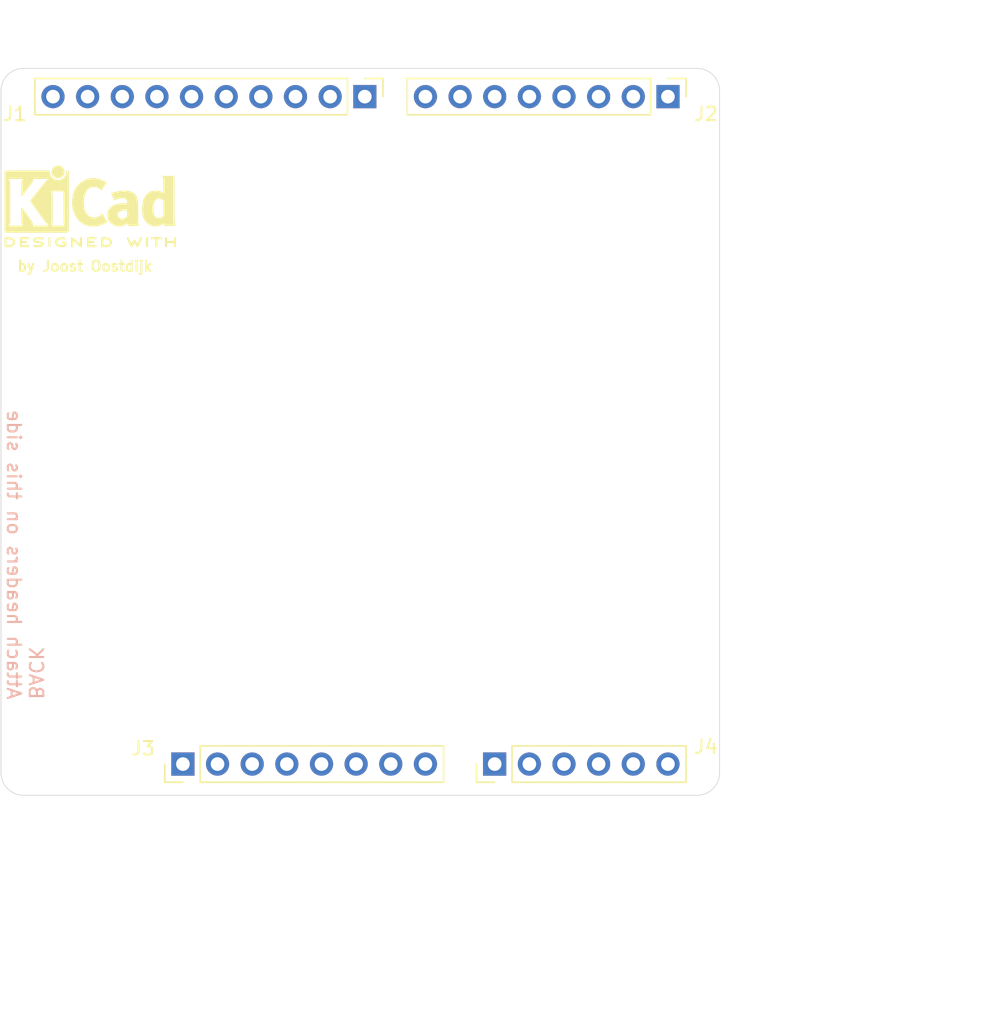
<source format=kicad_pcb>
(kicad_pcb (version 20171130) (host pcbnew "(5.1.4-0-10_14)")

  (general
    (thickness 1.6)
    (drawings 16)
    (tracks 0)
    (zones 0)
    (modules 5)
    (nets 31)
  )

  (page A4)
  (layers
    (0 F.Cu signal)
    (31 B.Cu signal)
    (32 B.Adhes user)
    (33 F.Adhes user)
    (34 B.Paste user)
    (35 F.Paste user)
    (36 B.SilkS user)
    (37 F.SilkS user)
    (38 B.Mask user)
    (39 F.Mask user)
    (40 Dwgs.User user)
    (41 Cmts.User user)
    (42 Eco1.User user)
    (43 Eco2.User user)
    (44 Edge.Cuts user)
    (45 Margin user)
    (46 B.CrtYd user)
    (47 F.CrtYd user)
    (48 B.Fab user)
    (49 F.Fab user)
  )

  (setup
    (last_trace_width 0.25)
    (user_trace_width 0.6)
    (trace_clearance 0.2)
    (zone_clearance 0.508)
    (zone_45_only no)
    (trace_min 0.2)
    (via_size 0.8)
    (via_drill 0.4)
    (via_min_size 0.4)
    (via_min_drill 0.3)
    (uvia_size 0.3)
    (uvia_drill 0.1)
    (uvias_allowed no)
    (uvia_min_size 0.2)
    (uvia_min_drill 0.1)
    (edge_width 0.05)
    (segment_width 0.2)
    (pcb_text_width 0.3)
    (pcb_text_size 1.5 1.5)
    (mod_edge_width 0.12)
    (mod_text_size 0.75 0.75)
    (mod_text_width 0.15)
    (pad_size 1.524 1.524)
    (pad_drill 0.762)
    (pad_to_mask_clearance 0.051)
    (solder_mask_min_width 0.25)
    (aux_axis_origin 0 0)
    (visible_elements FFFFFF7F)
    (pcbplotparams
      (layerselection 0x010fc_ffffffff)
      (usegerberextensions false)
      (usegerberattributes false)
      (usegerberadvancedattributes false)
      (creategerberjobfile false)
      (excludeedgelayer true)
      (linewidth 0.100000)
      (plotframeref false)
      (viasonmask false)
      (mode 1)
      (useauxorigin false)
      (hpglpennumber 1)
      (hpglpenspeed 20)
      (hpglpendiameter 15.000000)
      (psnegative false)
      (psa4output false)
      (plotreference true)
      (plotvalue true)
      (plotinvisibletext false)
      (padsonsilk false)
      (subtractmaskfromsilk false)
      (outputformat 1)
      (mirror false)
      (drillshape 1)
      (scaleselection 1)
      (outputdirectory ""))
  )

  (net 0 "")
  (net 1 /arduino-uno-connectors/SDL)
  (net 2 /arduino-uno-connectors/SDA)
  (net 3 /arduino-uno-connectors/AREF)
  (net 4 /arduino-uno-connectors/GND)
  (net 5 /arduino-uno-connectors/13)
  (net 6 /arduino-uno-connectors/12)
  (net 7 "/arduino-uno-connectors/11(PWM)")
  (net 8 "/arduino-uno-connectors/10(PWM)")
  (net 9 "/arduino-uno-connectors/9(PWM)")
  (net 10 /arduino-uno-connectors/8)
  (net 11 /arduino-uno-connectors/7)
  (net 12 "/arduino-uno-connectors/6(PWM)")
  (net 13 "/arduino-uno-connectors/5(PWM)")
  (net 14 /arduino-uno-connectors/4)
  (net 15 "/arduino-uno-connectors/3(PWM)")
  (net 16 /arduino-uno-connectors/2)
  (net 17 /arduino-uno-connectors/Tx)
  (net 18 /arduino-uno-connectors/Rx)
  (net 19 /arduino-uno-connectors/Vin)
  (net 20 /arduino-uno-connectors/5V)
  (net 21 /arduino-uno-connectors/3.3V)
  (net 22 /arduino-uno-connectors/RESET)
  (net 23 /arduino-uno-connectors/IOREF)
  (net 24 "Net-(J3-Pad1)")
  (net 25 /arduino-uno-connectors/A5)
  (net 26 /arduino-uno-connectors/A4)
  (net 27 /arduino-uno-connectors/A3)
  (net 28 /arduino-uno-connectors/A2)
  (net 29 /arduino-uno-connectors/A1)
  (net 30 /arduino-uno-connectors/A0)

  (net_class Default "This is the default net class."
    (clearance 0.2)
    (trace_width 0.25)
    (via_dia 0.8)
    (via_drill 0.4)
    (uvia_dia 0.3)
    (uvia_drill 0.1)
    (add_net "/arduino-uno-connectors/10(PWM)")
    (add_net "/arduino-uno-connectors/11(PWM)")
    (add_net /arduino-uno-connectors/12)
    (add_net /arduino-uno-connectors/13)
    (add_net /arduino-uno-connectors/2)
    (add_net "/arduino-uno-connectors/3(PWM)")
    (add_net /arduino-uno-connectors/3.3V)
    (add_net /arduino-uno-connectors/4)
    (add_net "/arduino-uno-connectors/5(PWM)")
    (add_net /arduino-uno-connectors/5V)
    (add_net "/arduino-uno-connectors/6(PWM)")
    (add_net /arduino-uno-connectors/7)
    (add_net /arduino-uno-connectors/8)
    (add_net "/arduino-uno-connectors/9(PWM)")
    (add_net /arduino-uno-connectors/A0)
    (add_net /arduino-uno-connectors/A1)
    (add_net /arduino-uno-connectors/A2)
    (add_net /arduino-uno-connectors/A3)
    (add_net /arduino-uno-connectors/A4)
    (add_net /arduino-uno-connectors/A5)
    (add_net /arduino-uno-connectors/AREF)
    (add_net /arduino-uno-connectors/GND)
    (add_net /arduino-uno-connectors/IOREF)
    (add_net /arduino-uno-connectors/RESET)
    (add_net /arduino-uno-connectors/Rx)
    (add_net /arduino-uno-connectors/SDA)
    (add_net /arduino-uno-connectors/SDL)
    (add_net /arduino-uno-connectors/Tx)
    (add_net /arduino-uno-connectors/Vin)
    (add_net "Net-(J3-Pad1)")
  )

  (net_class POWER ""
    (clearance 0.3)
    (trace_width 0.3)
    (via_dia 1)
    (via_drill 0.6)
    (uvia_dia 0.3)
    (uvia_drill 0.1)
  )

  (module Symbol:KiCad-Logo2_5mm_SilkScreen (layer F.Cu) (tedit 0) (tstamp 601CD085)
    (at 153.8478 60.0964)
    (descr "KiCad Logo")
    (tags "Logo KiCad")
    (attr virtual)
    (fp_text reference REF** (at 0 -5.08) (layer F.SilkS) hide
      (effects (font (size 1 1) (thickness 0.15)))
    )
    (fp_text value KiCad-Logo2_5mm_SilkScreen (at 0 5.08) (layer F.SilkS) hide
      (effects (font (size 1 1) (thickness 0.15)))
    )
    (fp_poly (pts (xy 6.228823 2.274533) (xy 6.260202 2.296776) (xy 6.287911 2.324485) (xy 6.287911 2.63392)
      (xy 6.287838 2.725799) (xy 6.287495 2.79784) (xy 6.286692 2.85278) (xy 6.285241 2.89336)
      (xy 6.282952 2.922317) (xy 6.279636 2.942391) (xy 6.275105 2.956321) (xy 6.269169 2.966845)
      (xy 6.264514 2.9731) (xy 6.233783 2.997673) (xy 6.198496 3.000341) (xy 6.166245 2.985271)
      (xy 6.155588 2.976374) (xy 6.148464 2.964557) (xy 6.144167 2.945526) (xy 6.141991 2.914992)
      (xy 6.141228 2.868662) (xy 6.141155 2.832871) (xy 6.141155 2.698045) (xy 5.644444 2.698045)
      (xy 5.644444 2.8207) (xy 5.643931 2.876787) (xy 5.641876 2.915333) (xy 5.637508 2.941361)
      (xy 5.630056 2.959897) (xy 5.621047 2.9731) (xy 5.590144 2.997604) (xy 5.555196 3.000506)
      (xy 5.521738 2.983089) (xy 5.512604 2.973959) (xy 5.506152 2.961855) (xy 5.501897 2.943001)
      (xy 5.499352 2.91362) (xy 5.498029 2.869937) (xy 5.497443 2.808175) (xy 5.497375 2.794)
      (xy 5.496891 2.677631) (xy 5.496641 2.581727) (xy 5.496723 2.504177) (xy 5.497231 2.442869)
      (xy 5.498262 2.39569) (xy 5.499913 2.36053) (xy 5.502279 2.335276) (xy 5.505457 2.317817)
      (xy 5.509544 2.306041) (xy 5.514634 2.297835) (xy 5.520266 2.291645) (xy 5.552128 2.271844)
      (xy 5.585357 2.274533) (xy 5.616735 2.296776) (xy 5.629433 2.311126) (xy 5.637526 2.326978)
      (xy 5.642042 2.349554) (xy 5.644006 2.384078) (xy 5.644444 2.435776) (xy 5.644444 2.551289)
      (xy 6.141155 2.551289) (xy 6.141155 2.432756) (xy 6.141662 2.378148) (xy 6.143698 2.341275)
      (xy 6.148035 2.317307) (xy 6.155447 2.301415) (xy 6.163733 2.291645) (xy 6.195594 2.271844)
      (xy 6.228823 2.274533)) (layer F.SilkS) (width 0.01))
    (fp_poly (pts (xy 4.963065 2.269163) (xy 5.041772 2.269542) (xy 5.102863 2.270333) (xy 5.148817 2.27167)
      (xy 5.182114 2.273683) (xy 5.205236 2.276506) (xy 5.220662 2.280269) (xy 5.230871 2.285105)
      (xy 5.235813 2.288822) (xy 5.261457 2.321358) (xy 5.264559 2.355138) (xy 5.248711 2.385826)
      (xy 5.238348 2.398089) (xy 5.227196 2.40645) (xy 5.211035 2.411657) (xy 5.185642 2.414457)
      (xy 5.146798 2.415596) (xy 5.09028 2.415821) (xy 5.07918 2.415822) (xy 4.933244 2.415822)
      (xy 4.933244 2.686756) (xy 4.933148 2.772154) (xy 4.932711 2.837864) (xy 4.931712 2.886774)
      (xy 4.929928 2.921773) (xy 4.927137 2.945749) (xy 4.923117 2.961593) (xy 4.917645 2.972191)
      (xy 4.910666 2.980267) (xy 4.877734 3.000112) (xy 4.843354 2.998548) (xy 4.812176 2.975906)
      (xy 4.809886 2.9731) (xy 4.802429 2.962492) (xy 4.796747 2.950081) (xy 4.792601 2.93285)
      (xy 4.78975 2.907784) (xy 4.787954 2.871867) (xy 4.786972 2.822083) (xy 4.786564 2.755417)
      (xy 4.786489 2.679589) (xy 4.786489 2.415822) (xy 4.647127 2.415822) (xy 4.587322 2.415418)
      (xy 4.545918 2.41384) (xy 4.518748 2.410547) (xy 4.501646 2.404992) (xy 4.490443 2.396631)
      (xy 4.489083 2.395178) (xy 4.472725 2.361939) (xy 4.474172 2.324362) (xy 4.492978 2.291645)
      (xy 4.50025 2.285298) (xy 4.509627 2.280266) (xy 4.523609 2.276396) (xy 4.544696 2.273537)
      (xy 4.575389 2.271535) (xy 4.618189 2.270239) (xy 4.675595 2.269498) (xy 4.75011 2.269158)
      (xy 4.844233 2.269068) (xy 4.86426 2.269067) (xy 4.963065 2.269163)) (layer F.SilkS) (width 0.01))
    (fp_poly (pts (xy 4.188614 2.275877) (xy 4.212327 2.290647) (xy 4.238978 2.312227) (xy 4.238978 2.633773)
      (xy 4.238893 2.72783) (xy 4.238529 2.801932) (xy 4.237724 2.858704) (xy 4.236313 2.900768)
      (xy 4.234133 2.930748) (xy 4.231021 2.951267) (xy 4.226814 2.964949) (xy 4.221348 2.974416)
      (xy 4.217472 2.979082) (xy 4.186034 2.999575) (xy 4.150233 2.998739) (xy 4.118873 2.981264)
      (xy 4.092222 2.959684) (xy 4.092222 2.312227) (xy 4.118873 2.290647) (xy 4.144594 2.274949)
      (xy 4.1656 2.269067) (xy 4.188614 2.275877)) (layer F.SilkS) (width 0.01))
    (fp_poly (pts (xy 3.744665 2.271034) (xy 3.764255 2.278035) (xy 3.76501 2.278377) (xy 3.791613 2.298678)
      (xy 3.80627 2.319561) (xy 3.809138 2.329352) (xy 3.808996 2.342361) (xy 3.804961 2.360895)
      (xy 3.796146 2.387257) (xy 3.781669 2.423752) (xy 3.760645 2.472687) (xy 3.732188 2.536365)
      (xy 3.695415 2.617093) (xy 3.675175 2.661216) (xy 3.638625 2.739985) (xy 3.604315 2.812423)
      (xy 3.573552 2.87588) (xy 3.547648 2.927708) (xy 3.52791 2.965259) (xy 3.51565 2.985884)
      (xy 3.513224 2.988733) (xy 3.482183 3.001302) (xy 3.447121 2.999619) (xy 3.419 2.984332)
      (xy 3.417854 2.983089) (xy 3.406668 2.966154) (xy 3.387904 2.93317) (xy 3.363875 2.88838)
      (xy 3.336897 2.836032) (xy 3.327201 2.816742) (xy 3.254014 2.67015) (xy 3.17424 2.829393)
      (xy 3.145767 2.884415) (xy 3.11935 2.932132) (xy 3.097148 2.968893) (xy 3.081319 2.991044)
      (xy 3.075954 2.995741) (xy 3.034257 3.002102) (xy 2.999849 2.988733) (xy 2.989728 2.974446)
      (xy 2.972214 2.942692) (xy 2.948735 2.896597) (xy 2.92072 2.839285) (xy 2.889599 2.77388)
      (xy 2.856799 2.703507) (xy 2.82375 2.631291) (xy 2.791881 2.560355) (xy 2.762619 2.493825)
      (xy 2.737395 2.434826) (xy 2.717636 2.386481) (xy 2.704772 2.351915) (xy 2.700231 2.334253)
      (xy 2.700277 2.333613) (xy 2.711326 2.311388) (xy 2.73341 2.288753) (xy 2.73471 2.287768)
      (xy 2.761853 2.272425) (xy 2.786958 2.272574) (xy 2.796368 2.275466) (xy 2.807834 2.281718)
      (xy 2.82001 2.294014) (xy 2.834357 2.314908) (xy 2.852336 2.346949) (xy 2.875407 2.392688)
      (xy 2.90503 2.454677) (xy 2.931745 2.511898) (xy 2.96248 2.578226) (xy 2.990021 2.637874)
      (xy 3.012938 2.687725) (xy 3.029798 2.724664) (xy 3.039173 2.745573) (xy 3.04054 2.748845)
      (xy 3.046689 2.743497) (xy 3.060822 2.721109) (xy 3.081057 2.684946) (xy 3.105515 2.638277)
      (xy 3.115248 2.619022) (xy 3.148217 2.554004) (xy 3.173643 2.506654) (xy 3.193612 2.474219)
      (xy 3.21021 2.453946) (xy 3.225524 2.443082) (xy 3.24164 2.438875) (xy 3.252143 2.4384)
      (xy 3.27067 2.440042) (xy 3.286904 2.446831) (xy 3.303035 2.461566) (xy 3.321251 2.487044)
      (xy 3.343739 2.526061) (xy 3.372689 2.581414) (xy 3.388662 2.612903) (xy 3.41457 2.663087)
      (xy 3.437167 2.704704) (xy 3.454458 2.734242) (xy 3.46445 2.748189) (xy 3.465809 2.74877)
      (xy 3.472261 2.737793) (xy 3.486708 2.70929) (xy 3.507703 2.666244) (xy 3.533797 2.611638)
      (xy 3.563546 2.548454) (xy 3.57818 2.517071) (xy 3.61625 2.436078) (xy 3.646905 2.373756)
      (xy 3.671737 2.328071) (xy 3.692337 2.296989) (xy 3.710298 2.278478) (xy 3.72721 2.270504)
      (xy 3.744665 2.271034)) (layer F.SilkS) (width 0.01))
    (fp_poly (pts (xy 1.018309 2.269275) (xy 1.147288 2.273636) (xy 1.256991 2.286861) (xy 1.349226 2.309741)
      (xy 1.425802 2.34307) (xy 1.488527 2.387638) (xy 1.539212 2.444236) (xy 1.579663 2.513658)
      (xy 1.580459 2.515351) (xy 1.604601 2.577483) (xy 1.613203 2.632509) (xy 1.606231 2.687887)
      (xy 1.583654 2.751073) (xy 1.579372 2.760689) (xy 1.550172 2.816966) (xy 1.517356 2.860451)
      (xy 1.475002 2.897417) (xy 1.41719 2.934135) (xy 1.413831 2.936052) (xy 1.363504 2.960227)
      (xy 1.306621 2.978282) (xy 1.239527 2.990839) (xy 1.158565 2.998522) (xy 1.060082 3.001953)
      (xy 1.025286 3.002251) (xy 0.859594 3.002845) (xy 0.836197 2.9731) (xy 0.829257 2.963319)
      (xy 0.823842 2.951897) (xy 0.819765 2.936095) (xy 0.816837 2.913175) (xy 0.814867 2.880396)
      (xy 0.814225 2.856089) (xy 0.970844 2.856089) (xy 1.064726 2.856089) (xy 1.119664 2.854483)
      (xy 1.17606 2.850255) (xy 1.222345 2.844292) (xy 1.225139 2.84379) (xy 1.307348 2.821736)
      (xy 1.371114 2.7886) (xy 1.418452 2.742847) (xy 1.451382 2.682939) (xy 1.457108 2.667061)
      (xy 1.462721 2.642333) (xy 1.460291 2.617902) (xy 1.448467 2.5854) (xy 1.44134 2.569434)
      (xy 1.418 2.527006) (xy 1.38988 2.49724) (xy 1.35894 2.476511) (xy 1.296966 2.449537)
      (xy 1.217651 2.429998) (xy 1.125253 2.418746) (xy 1.058333 2.41627) (xy 0.970844 2.415822)
      (xy 0.970844 2.856089) (xy 0.814225 2.856089) (xy 0.813668 2.835021) (xy 0.81305 2.774311)
      (xy 0.812825 2.695526) (xy 0.8128 2.63392) (xy 0.8128 2.324485) (xy 0.840509 2.296776)
      (xy 0.852806 2.285544) (xy 0.866103 2.277853) (xy 0.884672 2.27304) (xy 0.912786 2.270446)
      (xy 0.954717 2.26941) (xy 1.014737 2.26927) (xy 1.018309 2.269275)) (layer F.SilkS) (width 0.01))
    (fp_poly (pts (xy 0.230343 2.26926) (xy 0.306701 2.270174) (xy 0.365217 2.272311) (xy 0.408255 2.276175)
      (xy 0.438183 2.282267) (xy 0.457368 2.29109) (xy 0.468176 2.303146) (xy 0.472973 2.318939)
      (xy 0.474127 2.33897) (xy 0.474133 2.341335) (xy 0.473131 2.363992) (xy 0.468396 2.381503)
      (xy 0.457333 2.394574) (xy 0.437348 2.403913) (xy 0.405846 2.410227) (xy 0.360232 2.414222)
      (xy 0.297913 2.416606) (xy 0.216293 2.418086) (xy 0.191277 2.418414) (xy -0.0508 2.421467)
      (xy -0.054186 2.486378) (xy -0.057571 2.551289) (xy 0.110576 2.551289) (xy 0.176266 2.551531)
      (xy 0.223172 2.552556) (xy 0.255083 2.554811) (xy 0.275791 2.558742) (xy 0.289084 2.564798)
      (xy 0.298755 2.573424) (xy 0.298817 2.573493) (xy 0.316356 2.607112) (xy 0.315722 2.643448)
      (xy 0.297314 2.674423) (xy 0.293671 2.677607) (xy 0.280741 2.685812) (xy 0.263024 2.691521)
      (xy 0.23657 2.695162) (xy 0.197432 2.697167) (xy 0.141662 2.697964) (xy 0.105994 2.698045)
      (xy -0.056445 2.698045) (xy -0.056445 2.856089) (xy 0.190161 2.856089) (xy 0.27158 2.856231)
      (xy 0.33341 2.856814) (xy 0.378637 2.858068) (xy 0.410248 2.860227) (xy 0.431231 2.863523)
      (xy 0.444573 2.868189) (xy 0.453261 2.874457) (xy 0.45545 2.876733) (xy 0.471614 2.90828)
      (xy 0.472797 2.944168) (xy 0.459536 2.975285) (xy 0.449043 2.985271) (xy 0.438129 2.990769)
      (xy 0.421217 2.995022) (xy 0.395633 2.99818) (xy 0.358701 3.000392) (xy 0.307746 3.001806)
      (xy 0.240094 3.002572) (xy 0.153069 3.002838) (xy 0.133394 3.002845) (xy 0.044911 3.002787)
      (xy -0.023773 3.002467) (xy -0.075436 3.001667) (xy -0.112855 3.000167) (xy -0.13881 2.997749)
      (xy -0.156078 2.994194) (xy -0.167438 2.989282) (xy -0.175668 2.982795) (xy -0.180183 2.978138)
      (xy -0.186979 2.969889) (xy -0.192288 2.959669) (xy -0.196294 2.9448) (xy -0.199179 2.922602)
      (xy -0.201126 2.890393) (xy -0.202319 2.845496) (xy -0.202939 2.785228) (xy -0.203171 2.706911)
      (xy -0.2032 2.640994) (xy -0.203129 2.548628) (xy -0.202792 2.476117) (xy -0.202002 2.420737)
      (xy -0.200574 2.379765) (xy -0.198321 2.350478) (xy -0.195057 2.330153) (xy -0.190596 2.316066)
      (xy -0.184752 2.305495) (xy -0.179803 2.298811) (xy -0.156406 2.269067) (xy 0.133774 2.269067)
      (xy 0.230343 2.26926)) (layer F.SilkS) (width 0.01))
    (fp_poly (pts (xy -1.300114 2.273448) (xy -1.276548 2.287273) (xy -1.245735 2.309881) (xy -1.206078 2.342338)
      (xy -1.15598 2.385708) (xy -1.093843 2.441058) (xy -1.018072 2.509451) (xy -0.931334 2.588084)
      (xy -0.750711 2.751878) (xy -0.745067 2.532029) (xy -0.743029 2.456351) (xy -0.741063 2.399994)
      (xy -0.738734 2.359706) (xy -0.735606 2.332235) (xy -0.731245 2.314329) (xy -0.725216 2.302737)
      (xy -0.717084 2.294208) (xy -0.712772 2.290623) (xy -0.678241 2.27167) (xy -0.645383 2.274441)
      (xy -0.619318 2.290633) (xy -0.592667 2.312199) (xy -0.589352 2.627151) (xy -0.588435 2.719779)
      (xy -0.587968 2.792544) (xy -0.588113 2.848161) (xy -0.589032 2.889342) (xy -0.590887 2.918803)
      (xy -0.593839 2.939255) (xy -0.59805 2.953413) (xy -0.603682 2.963991) (xy -0.609927 2.972474)
      (xy -0.623439 2.988207) (xy -0.636883 2.998636) (xy -0.652124 3.002639) (xy -0.671026 2.999094)
      (xy -0.695455 2.986879) (xy -0.727273 2.964871) (xy -0.768348 2.931949) (xy -0.820542 2.886991)
      (xy -0.885722 2.828875) (xy -0.959556 2.762099) (xy -1.224845 2.521458) (xy -1.230489 2.740589)
      (xy -1.232531 2.816128) (xy -1.234502 2.872354) (xy -1.236839 2.912524) (xy -1.239981 2.939896)
      (xy -1.244364 2.957728) (xy -1.250424 2.969279) (xy -1.2586 2.977807) (xy -1.262784 2.981282)
      (xy -1.299765 3.000372) (xy -1.334708 2.997493) (xy -1.365136 2.9731) (xy -1.372097 2.963286)
      (xy -1.377523 2.951826) (xy -1.381603 2.935968) (xy -1.384529 2.912963) (xy -1.386492 2.880062)
      (xy -1.387683 2.834516) (xy -1.388292 2.773573) (xy -1.388511 2.694486) (xy -1.388534 2.635956)
      (xy -1.38846 2.544407) (xy -1.388113 2.472687) (xy -1.387301 2.418045) (xy -1.385833 2.377732)
      (xy -1.383519 2.348998) (xy -1.380167 2.329093) (xy -1.375588 2.315268) (xy -1.369589 2.304772)
      (xy -1.365136 2.298811) (xy -1.35385 2.284691) (xy -1.343301 2.274029) (xy -1.331893 2.267892)
      (xy -1.31803 2.267343) (xy -1.300114 2.273448)) (layer F.SilkS) (width 0.01))
    (fp_poly (pts (xy -1.950081 2.274599) (xy -1.881565 2.286095) (xy -1.828943 2.303967) (xy -1.794708 2.327499)
      (xy -1.785379 2.340924) (xy -1.775893 2.372148) (xy -1.782277 2.400395) (xy -1.80243 2.427182)
      (xy -1.833745 2.439713) (xy -1.879183 2.438696) (xy -1.914326 2.431906) (xy -1.992419 2.418971)
      (xy -2.072226 2.417742) (xy -2.161555 2.428241) (xy -2.186229 2.43269) (xy -2.269291 2.456108)
      (xy -2.334273 2.490945) (xy -2.380461 2.536604) (xy -2.407145 2.592494) (xy -2.412663 2.621388)
      (xy -2.409051 2.680012) (xy -2.385729 2.731879) (xy -2.344824 2.775978) (xy -2.288459 2.811299)
      (xy -2.21876 2.836829) (xy -2.137852 2.851559) (xy -2.04786 2.854478) (xy -1.95091 2.844575)
      (xy -1.945436 2.843641) (xy -1.906875 2.836459) (xy -1.885494 2.829521) (xy -1.876227 2.819227)
      (xy -1.874006 2.801976) (xy -1.873956 2.792841) (xy -1.873956 2.754489) (xy -1.942431 2.754489)
      (xy -2.0029 2.750347) (xy -2.044165 2.737147) (xy -2.068175 2.71373) (xy -2.076877 2.678936)
      (xy -2.076983 2.674394) (xy -2.071892 2.644654) (xy -2.054433 2.623419) (xy -2.021939 2.609366)
      (xy -1.971743 2.601173) (xy -1.923123 2.598161) (xy -1.852456 2.596433) (xy -1.801198 2.59907)
      (xy -1.766239 2.6088) (xy -1.74447 2.628353) (xy -1.73278 2.660456) (xy -1.72806 2.707838)
      (xy -1.7272 2.770071) (xy -1.728609 2.839535) (xy -1.732848 2.886786) (xy -1.739936 2.912012)
      (xy -1.741311 2.913988) (xy -1.780228 2.945508) (xy -1.837286 2.97047) (xy -1.908869 2.98834)
      (xy -1.991358 2.998586) (xy -2.081139 3.000673) (xy -2.174592 2.994068) (xy -2.229556 2.985956)
      (xy -2.315766 2.961554) (xy -2.395892 2.921662) (xy -2.462977 2.869887) (xy -2.473173 2.859539)
      (xy -2.506302 2.816035) (xy -2.536194 2.762118) (xy -2.559357 2.705592) (xy -2.572298 2.654259)
      (xy -2.573858 2.634544) (xy -2.567218 2.593419) (xy -2.549568 2.542252) (xy -2.524297 2.488394)
      (xy -2.494789 2.439195) (xy -2.468719 2.406334) (xy -2.407765 2.357452) (xy -2.328969 2.318545)
      (xy -2.235157 2.290494) (xy -2.12915 2.274179) (xy -2.032 2.270192) (xy -1.950081 2.274599)) (layer F.SilkS) (width 0.01))
    (fp_poly (pts (xy -2.923822 2.291645) (xy -2.917242 2.299218) (xy -2.912079 2.308987) (xy -2.908164 2.323571)
      (xy -2.905324 2.345585) (xy -2.903387 2.377648) (xy -2.902183 2.422375) (xy -2.901539 2.482385)
      (xy -2.901284 2.560294) (xy -2.901245 2.635956) (xy -2.901314 2.729802) (xy -2.901638 2.803689)
      (xy -2.902386 2.860232) (xy -2.903732 2.902049) (xy -2.905846 2.931757) (xy -2.9089 2.951973)
      (xy -2.913066 2.965314) (xy -2.918516 2.974398) (xy -2.923822 2.980267) (xy -2.956826 2.999947)
      (xy -2.991991 2.998181) (xy -3.023455 2.976717) (xy -3.030684 2.968337) (xy -3.036334 2.958614)
      (xy -3.040599 2.944861) (xy -3.043673 2.924389) (xy -3.045752 2.894512) (xy -3.04703 2.852541)
      (xy -3.047701 2.795789) (xy -3.047959 2.721567) (xy -3.048 2.637537) (xy -3.048 2.324485)
      (xy -3.020291 2.296776) (xy -2.986137 2.273463) (xy -2.953006 2.272623) (xy -2.923822 2.291645)) (layer F.SilkS) (width 0.01))
    (fp_poly (pts (xy -3.691703 2.270351) (xy -3.616888 2.275581) (xy -3.547306 2.28375) (xy -3.487002 2.29455)
      (xy -3.44002 2.307673) (xy -3.410406 2.322813) (xy -3.40586 2.327269) (xy -3.390054 2.36185)
      (xy -3.394847 2.397351) (xy -3.419364 2.427725) (xy -3.420534 2.428596) (xy -3.434954 2.437954)
      (xy -3.450008 2.442876) (xy -3.471005 2.443473) (xy -3.503257 2.439861) (xy -3.552073 2.432154)
      (xy -3.556 2.431505) (xy -3.628739 2.422569) (xy -3.707217 2.418161) (xy -3.785927 2.418119)
      (xy -3.859361 2.422279) (xy -3.922011 2.430479) (xy -3.96837 2.442557) (xy -3.971416 2.443771)
      (xy -4.005048 2.462615) (xy -4.016864 2.481685) (xy -4.007614 2.500439) (xy -3.978047 2.518337)
      (xy -3.928911 2.534837) (xy -3.860957 2.549396) (xy -3.815645 2.556406) (xy -3.721456 2.569889)
      (xy -3.646544 2.582214) (xy -3.587717 2.594449) (xy -3.541785 2.607661) (xy -3.505555 2.622917)
      (xy -3.475838 2.641285) (xy -3.449442 2.663831) (xy -3.42823 2.685971) (xy -3.403065 2.716819)
      (xy -3.390681 2.743345) (xy -3.386808 2.776026) (xy -3.386667 2.787995) (xy -3.389576 2.827712)
      (xy -3.401202 2.857259) (xy -3.421323 2.883486) (xy -3.462216 2.923576) (xy -3.507817 2.954149)
      (xy -3.561513 2.976203) (xy -3.626692 2.990735) (xy -3.706744 2.998741) (xy -3.805057 3.001218)
      (xy -3.821289 3.001177) (xy -3.886849 2.999818) (xy -3.951866 2.99673) (xy -4.009252 2.992356)
      (xy -4.051922 2.98714) (xy -4.055372 2.986541) (xy -4.097796 2.976491) (xy -4.13378 2.963796)
      (xy -4.15415 2.95219) (xy -4.173107 2.921572) (xy -4.174427 2.885918) (xy -4.158085 2.854144)
      (xy -4.154429 2.850551) (xy -4.139315 2.839876) (xy -4.120415 2.835276) (xy -4.091162 2.836059)
      (xy -4.055651 2.840127) (xy -4.01597 2.843762) (xy -3.960345 2.846828) (xy -3.895406 2.849053)
      (xy -3.827785 2.850164) (xy -3.81 2.850237) (xy -3.742128 2.849964) (xy -3.692454 2.848646)
      (xy -3.65661 2.845827) (xy -3.630224 2.84105) (xy -3.608926 2.833857) (xy -3.596126 2.827867)
      (xy -3.568 2.811233) (xy -3.550068 2.796168) (xy -3.547447 2.791897) (xy -3.552976 2.774263)
      (xy -3.57926 2.757192) (xy -3.624478 2.741458) (xy -3.686808 2.727838) (xy -3.705171 2.724804)
      (xy -3.80109 2.709738) (xy -3.877641 2.697146) (xy -3.93778 2.686111) (xy -3.98446 2.67572)
      (xy -4.020637 2.665056) (xy -4.049265 2.653205) (xy -4.073298 2.639251) (xy -4.095692 2.622281)
      (xy -4.119402 2.601378) (xy -4.12738 2.594049) (xy -4.155353 2.566699) (xy -4.17016 2.545029)
      (xy -4.175952 2.520232) (xy -4.176889 2.488983) (xy -4.166575 2.427705) (xy -4.135752 2.37564)
      (xy -4.084595 2.332958) (xy -4.013283 2.299825) (xy -3.9624 2.284964) (xy -3.9071 2.275366)
      (xy -3.840853 2.269936) (xy -3.767706 2.268367) (xy -3.691703 2.270351)) (layer F.SilkS) (width 0.01))
    (fp_poly (pts (xy -4.712794 2.269146) (xy -4.643386 2.269518) (xy -4.590997 2.270385) (xy -4.552847 2.271946)
      (xy -4.526159 2.274403) (xy -4.508153 2.277957) (xy -4.496049 2.28281) (xy -4.487069 2.289161)
      (xy -4.483818 2.292084) (xy -4.464043 2.323142) (xy -4.460482 2.358828) (xy -4.473491 2.39051)
      (xy -4.479506 2.396913) (xy -4.489235 2.403121) (xy -4.504901 2.40791) (xy -4.529408 2.411514)
      (xy -4.565661 2.414164) (xy -4.616565 2.416095) (xy -4.685026 2.417539) (xy -4.747617 2.418418)
      (xy -4.995334 2.421467) (xy -4.998719 2.486378) (xy -5.002105 2.551289) (xy -4.833958 2.551289)
      (xy -4.760959 2.551919) (xy -4.707517 2.554553) (xy -4.670628 2.560309) (xy -4.647288 2.570304)
      (xy -4.634494 2.585656) (xy -4.629242 2.607482) (xy -4.628445 2.627738) (xy -4.630923 2.652592)
      (xy -4.640277 2.670906) (xy -4.659383 2.683637) (xy -4.691118 2.691741) (xy -4.738359 2.696176)
      (xy -4.803983 2.697899) (xy -4.839801 2.698045) (xy -5.000978 2.698045) (xy -5.000978 2.856089)
      (xy -4.752622 2.856089) (xy -4.671213 2.856202) (xy -4.609342 2.856712) (xy -4.563968 2.85787)
      (xy -4.532054 2.85993) (xy -4.510559 2.863146) (xy -4.496443 2.867772) (xy -4.486668 2.874059)
      (xy -4.481689 2.878667) (xy -4.46461 2.90556) (xy -4.459111 2.929467) (xy -4.466963 2.958667)
      (xy -4.481689 2.980267) (xy -4.489546 2.987066) (xy -4.499688 2.992346) (xy -4.514844 2.996298)
      (xy -4.537741 2.999113) (xy -4.571109 3.000982) (xy -4.617675 3.002098) (xy -4.680167 3.002651)
      (xy -4.761314 3.002833) (xy -4.803422 3.002845) (xy -4.893598 3.002765) (xy -4.963924 3.002398)
      (xy -5.017129 3.001552) (xy -5.05594 3.000036) (xy -5.083087 2.997659) (xy -5.101298 2.994229)
      (xy -5.1133 2.989554) (xy -5.121822 2.983444) (xy -5.125156 2.980267) (xy -5.131755 2.97267)
      (xy -5.136927 2.96287) (xy -5.140846 2.948239) (xy -5.143684 2.926152) (xy -5.145615 2.893982)
      (xy -5.146812 2.849103) (xy -5.147448 2.788889) (xy -5.147697 2.710713) (xy -5.147734 2.637923)
      (xy -5.1477 2.544707) (xy -5.147465 2.471431) (xy -5.14683 2.415458) (xy -5.145594 2.374151)
      (xy -5.143556 2.344872) (xy -5.140517 2.324984) (xy -5.136277 2.31185) (xy -5.130635 2.302832)
      (xy -5.123391 2.295293) (xy -5.121606 2.293612) (xy -5.112945 2.286172) (xy -5.102882 2.280409)
      (xy -5.088625 2.276112) (xy -5.067383 2.273064) (xy -5.036364 2.271051) (xy -4.992777 2.26986)
      (xy -4.933831 2.269275) (xy -4.856734 2.269083) (xy -4.802001 2.269067) (xy -4.712794 2.269146)) (layer F.SilkS) (width 0.01))
    (fp_poly (pts (xy -6.121371 2.269066) (xy -6.081889 2.269467) (xy -5.9662 2.272259) (xy -5.869311 2.28055)
      (xy -5.787919 2.295232) (xy -5.718723 2.317193) (xy -5.65842 2.347322) (xy -5.603708 2.38651)
      (xy -5.584167 2.403532) (xy -5.55175 2.443363) (xy -5.52252 2.497413) (xy -5.499991 2.557323)
      (xy -5.487679 2.614739) (xy -5.4864 2.635956) (xy -5.494417 2.694769) (xy -5.515899 2.759013)
      (xy -5.546999 2.819821) (xy -5.583866 2.86833) (xy -5.589854 2.874182) (xy -5.640579 2.915321)
      (xy -5.696125 2.947435) (xy -5.759696 2.971365) (xy -5.834494 2.987953) (xy -5.923722 2.998041)
      (xy -6.030582 3.002469) (xy -6.079528 3.002845) (xy -6.141762 3.002545) (xy -6.185528 3.001292)
      (xy -6.214931 2.998554) (xy -6.234079 2.993801) (xy -6.247077 2.986501) (xy -6.254045 2.980267)
      (xy -6.260626 2.972694) (xy -6.265788 2.962924) (xy -6.269703 2.94834) (xy -6.272543 2.926326)
      (xy -6.27448 2.894264) (xy -6.275684 2.849536) (xy -6.276328 2.789526) (xy -6.276583 2.711617)
      (xy -6.276622 2.635956) (xy -6.27687 2.535041) (xy -6.276817 2.454427) (xy -6.275857 2.415822)
      (xy -6.129867 2.415822) (xy -6.129867 2.856089) (xy -6.036734 2.856004) (xy -5.980693 2.854396)
      (xy -5.921999 2.850256) (xy -5.873028 2.844464) (xy -5.871538 2.844226) (xy -5.792392 2.82509)
      (xy -5.731002 2.795287) (xy -5.684305 2.752878) (xy -5.654635 2.706961) (xy -5.636353 2.656026)
      (xy -5.637771 2.6082) (xy -5.658988 2.556933) (xy -5.700489 2.503899) (xy -5.757998 2.4646)
      (xy -5.83275 2.438331) (xy -5.882708 2.429035) (xy -5.939416 2.422507) (xy -5.999519 2.417782)
      (xy -6.050639 2.415817) (xy -6.053667 2.415808) (xy -6.129867 2.415822) (xy -6.275857 2.415822)
      (xy -6.27526 2.391851) (xy -6.270998 2.345055) (xy -6.26283 2.311778) (xy -6.249556 2.289759)
      (xy -6.229974 2.276739) (xy -6.202883 2.270457) (xy -6.167082 2.268653) (xy -6.121371 2.269066)) (layer F.SilkS) (width 0.01))
    (fp_poly (pts (xy -2.273043 -2.973429) (xy -2.176768 -2.949191) (xy -2.090184 -2.906359) (xy -2.015373 -2.846581)
      (xy -1.954418 -2.771506) (xy -1.909399 -2.68278) (xy -1.883136 -2.58647) (xy -1.877286 -2.489205)
      (xy -1.89214 -2.395346) (xy -1.92584 -2.307489) (xy -1.976528 -2.22823) (xy -2.042345 -2.160164)
      (xy -2.121434 -2.105888) (xy -2.211934 -2.067998) (xy -2.2632 -2.055574) (xy -2.307698 -2.048053)
      (xy -2.341999 -2.045081) (xy -2.37496 -2.046906) (xy -2.415434 -2.053775) (xy -2.448531 -2.06075)
      (xy -2.541947 -2.092259) (xy -2.625619 -2.143383) (xy -2.697665 -2.212571) (xy -2.7562 -2.298272)
      (xy -2.770148 -2.325511) (xy -2.786586 -2.361878) (xy -2.796894 -2.392418) (xy -2.80246 -2.42455)
      (xy -2.804669 -2.465693) (xy -2.804948 -2.511778) (xy -2.800861 -2.596135) (xy -2.787446 -2.665414)
      (xy -2.762256 -2.726039) (xy -2.722846 -2.784433) (xy -2.684298 -2.828698) (xy -2.612406 -2.894516)
      (xy -2.537313 -2.939947) (xy -2.454562 -2.96715) (xy -2.376928 -2.977424) (xy -2.273043 -2.973429)) (layer F.SilkS) (width 0.01))
    (fp_poly (pts (xy 6.186507 -0.527755) (xy 6.186526 -0.293338) (xy 6.186552 -0.080397) (xy 6.186625 0.112168)
      (xy 6.186782 0.285459) (xy 6.187064 0.440576) (xy 6.187509 0.57862) (xy 6.188156 0.700692)
      (xy 6.189045 0.807894) (xy 6.190213 0.901326) (xy 6.191701 0.98209) (xy 6.193546 1.051286)
      (xy 6.195789 1.110015) (xy 6.198469 1.159379) (xy 6.201623 1.200478) (xy 6.205292 1.234413)
      (xy 6.209513 1.262286) (xy 6.214327 1.285198) (xy 6.219773 1.304249) (xy 6.225888 1.32054)
      (xy 6.232712 1.335173) (xy 6.240285 1.349249) (xy 6.248645 1.363868) (xy 6.253839 1.372974)
      (xy 6.288104 1.433689) (xy 5.429955 1.433689) (xy 5.429955 1.337733) (xy 5.429224 1.29437)
      (xy 5.427272 1.261205) (xy 5.424463 1.243424) (xy 5.423221 1.241778) (xy 5.411799 1.248662)
      (xy 5.389084 1.266505) (xy 5.366385 1.285879) (xy 5.3118 1.326614) (xy 5.242321 1.367617)
      (xy 5.16527 1.405123) (xy 5.087965 1.435364) (xy 5.057113 1.445012) (xy 4.988616 1.459578)
      (xy 4.905764 1.469539) (xy 4.816371 1.474583) (xy 4.728248 1.474396) (xy 4.649207 1.468666)
      (xy 4.611511 1.462858) (xy 4.473414 1.424797) (xy 4.346113 1.367073) (xy 4.230292 1.290211)
      (xy 4.126637 1.194739) (xy 4.035833 1.081179) (xy 3.969031 0.970381) (xy 3.914164 0.853625)
      (xy 3.872163 0.734276) (xy 3.842167 0.608283) (xy 3.823311 0.471594) (xy 3.814732 0.320158)
      (xy 3.814006 0.242711) (xy 3.8161 0.185934) (xy 4.645217 0.185934) (xy 4.645424 0.279002)
      (xy 4.648337 0.366692) (xy 4.654 0.443772) (xy 4.662455 0.505009) (xy 4.665038 0.51735)
      (xy 4.69684 0.624633) (xy 4.738498 0.711658) (xy 4.790363 0.778642) (xy 4.852781 0.825805)
      (xy 4.9261 0.853365) (xy 5.010669 0.861541) (xy 5.106835 0.850551) (xy 5.170311 0.834829)
      (xy 5.219454 0.816639) (xy 5.273583 0.790791) (xy 5.314244 0.767089) (xy 5.3848 0.720721)
      (xy 5.3848 -0.42947) (xy 5.317392 -0.473038) (xy 5.238867 -0.51396) (xy 5.154681 -0.540611)
      (xy 5.069557 -0.552535) (xy 4.988216 -0.549278) (xy 4.91538 -0.530385) (xy 4.883426 -0.514816)
      (xy 4.825501 -0.471819) (xy 4.776544 -0.415047) (xy 4.73539 -0.342425) (xy 4.700874 -0.251879)
      (xy 4.671833 -0.141334) (xy 4.670552 -0.135467) (xy 4.660381 -0.073212) (xy 4.652739 0.004594)
      (xy 4.64767 0.09272) (xy 4.645217 0.185934) (xy 3.8161 0.185934) (xy 3.821857 0.029895)
      (xy 3.843802 -0.165941) (xy 3.879786 -0.344668) (xy 3.929759 -0.506155) (xy 3.993668 -0.650274)
      (xy 4.071462 -0.776894) (xy 4.163089 -0.885885) (xy 4.268497 -0.977117) (xy 4.313662 -1.008068)
      (xy 4.414611 -1.064215) (xy 4.517901 -1.103826) (xy 4.627989 -1.127986) (xy 4.74933 -1.137781)
      (xy 4.841836 -1.136735) (xy 4.97149 -1.125769) (xy 5.084084 -1.103954) (xy 5.182875 -1.070286)
      (xy 5.271121 -1.023764) (xy 5.319986 -0.989552) (xy 5.349353 -0.967638) (xy 5.371043 -0.952667)
      (xy 5.379253 -0.948267) (xy 5.380868 -0.959096) (xy 5.382159 -0.989749) (xy 5.383138 -1.037474)
      (xy 5.383817 -1.099521) (xy 5.38421 -1.173138) (xy 5.38433 -1.255573) (xy 5.384188 -1.344075)
      (xy 5.383797 -1.435893) (xy 5.383171 -1.528276) (xy 5.38232 -1.618472) (xy 5.38126 -1.703729)
      (xy 5.380001 -1.781297) (xy 5.378556 -1.848424) (xy 5.376938 -1.902359) (xy 5.375161 -1.94035)
      (xy 5.374669 -1.947333) (xy 5.367092 -2.017749) (xy 5.355531 -2.072898) (xy 5.337792 -2.120019)
      (xy 5.311682 -2.166353) (xy 5.305415 -2.175933) (xy 5.280983 -2.212622) (xy 6.186311 -2.212622)
      (xy 6.186507 -0.527755)) (layer F.SilkS) (width 0.01))
    (fp_poly (pts (xy 2.673574 -1.133448) (xy 2.825492 -1.113433) (xy 2.960756 -1.079798) (xy 3.080239 -1.032275)
      (xy 3.184815 -0.970595) (xy 3.262424 -0.907035) (xy 3.331265 -0.832901) (xy 3.385006 -0.753129)
      (xy 3.42791 -0.660909) (xy 3.443384 -0.617839) (xy 3.456244 -0.578858) (xy 3.467446 -0.542711)
      (xy 3.47712 -0.507566) (xy 3.485396 -0.47159) (xy 3.492403 -0.43295) (xy 3.498272 -0.389815)
      (xy 3.503131 -0.340351) (xy 3.50711 -0.282727) (xy 3.51034 -0.215109) (xy 3.512949 -0.135666)
      (xy 3.515067 -0.042564) (xy 3.516824 0.066027) (xy 3.518349 0.191942) (xy 3.519772 0.337012)
      (xy 3.521025 0.479778) (xy 3.522351 0.635968) (xy 3.523556 0.771239) (xy 3.524766 0.887246)
      (xy 3.526106 0.985645) (xy 3.5277 1.068093) (xy 3.529675 1.136246) (xy 3.532156 1.19176)
      (xy 3.535269 1.236292) (xy 3.539138 1.271498) (xy 3.543889 1.299034) (xy 3.549648 1.320556)
      (xy 3.556539 1.337722) (xy 3.564689 1.352186) (xy 3.574223 1.365606) (xy 3.585266 1.379638)
      (xy 3.589566 1.385071) (xy 3.605386 1.40791) (xy 3.612422 1.423463) (xy 3.612444 1.423922)
      (xy 3.601567 1.426121) (xy 3.570582 1.428147) (xy 3.521957 1.429942) (xy 3.458163 1.431451)
      (xy 3.381669 1.432616) (xy 3.294944 1.43338) (xy 3.200457 1.433686) (xy 3.18955 1.433689)
      (xy 2.766657 1.433689) (xy 2.763395 1.337622) (xy 2.760133 1.241556) (xy 2.698044 1.292543)
      (xy 2.600714 1.360057) (xy 2.490813 1.414749) (xy 2.404349 1.444978) (xy 2.335278 1.459666)
      (xy 2.251925 1.469659) (xy 2.162159 1.474646) (xy 2.073845 1.474313) (xy 1.994851 1.468351)
      (xy 1.958622 1.462638) (xy 1.818603 1.424776) (xy 1.692178 1.369932) (xy 1.58026 1.298924)
      (xy 1.483762 1.212568) (xy 1.4036 1.111679) (xy 1.340687 0.997076) (xy 1.296312 0.870984)
      (xy 1.283978 0.814401) (xy 1.276368 0.752202) (xy 1.272739 0.677363) (xy 1.272245 0.643467)
      (xy 1.27231 0.640282) (xy 2.032248 0.640282) (xy 2.041541 0.715333) (xy 2.069728 0.77916)
      (xy 2.118197 0.834798) (xy 2.123254 0.839211) (xy 2.171548 0.874037) (xy 2.223257 0.89662)
      (xy 2.283989 0.90854) (xy 2.359352 0.911383) (xy 2.377459 0.910978) (xy 2.431278 0.908325)
      (xy 2.471308 0.902909) (xy 2.506324 0.892745) (xy 2.545103 0.87585) (xy 2.555745 0.870672)
      (xy 2.616396 0.834844) (xy 2.663215 0.792212) (xy 2.675952 0.776973) (xy 2.720622 0.720462)
      (xy 2.720622 0.524586) (xy 2.720086 0.445939) (xy 2.718396 0.387988) (xy 2.715428 0.348875)
      (xy 2.711057 0.326741) (xy 2.706972 0.320274) (xy 2.691047 0.317111) (xy 2.657264 0.314488)
      (xy 2.61034 0.312655) (xy 2.554993 0.311857) (xy 2.546106 0.311842) (xy 2.42533 0.317096)
      (xy 2.32266 0.333263) (xy 2.236106 0.360961) (xy 2.163681 0.400808) (xy 2.108751 0.447758)
      (xy 2.064204 0.505645) (xy 2.03948 0.568693) (xy 2.032248 0.640282) (xy 1.27231 0.640282)
      (xy 1.274178 0.549712) (xy 1.282522 0.470812) (xy 1.298768 0.39959) (xy 1.324405 0.328864)
      (xy 1.348401 0.276493) (xy 1.40702 0.181196) (xy 1.485117 0.09317) (xy 1.580315 0.014017)
      (xy 1.690238 -0.05466) (xy 1.81251 -0.111259) (xy 1.944755 -0.154179) (xy 2.009422 -0.169118)
      (xy 2.145604 -0.191223) (xy 2.294049 -0.205806) (xy 2.445505 -0.212187) (xy 2.572064 -0.210555)
      (xy 2.73395 -0.203776) (xy 2.72653 -0.262755) (xy 2.707238 -0.361908) (xy 2.676104 -0.442628)
      (xy 2.632269 -0.505534) (xy 2.574871 -0.551244) (xy 2.503048 -0.580378) (xy 2.415941 -0.593553)
      (xy 2.312686 -0.591389) (xy 2.274711 -0.587388) (xy 2.13352 -0.56222) (xy 1.996707 -0.521186)
      (xy 1.902178 -0.483185) (xy 1.857018 -0.46381) (xy 1.818585 -0.44824) (xy 1.792234 -0.438595)
      (xy 1.784546 -0.436548) (xy 1.774802 -0.445626) (xy 1.758083 -0.474595) (xy 1.734232 -0.523783)
      (xy 1.703093 -0.593516) (xy 1.664507 -0.684121) (xy 1.65791 -0.699911) (xy 1.627853 -0.772228)
      (xy 1.600874 -0.837575) (xy 1.578136 -0.893094) (xy 1.560806 -0.935928) (xy 1.550048 -0.963219)
      (xy 1.546941 -0.972058) (xy 1.55694 -0.976813) (xy 1.583217 -0.98209) (xy 1.611489 -0.985769)
      (xy 1.641646 -0.990526) (xy 1.689433 -0.999972) (xy 1.750612 -1.01318) (xy 1.820946 -1.029224)
      (xy 1.896194 -1.04718) (xy 1.924755 -1.054203) (xy 2.029816 -1.079791) (xy 2.11748 -1.099853)
      (xy 2.192068 -1.115031) (xy 2.257903 -1.125965) (xy 2.319307 -1.133296) (xy 2.380602 -1.137665)
      (xy 2.44611 -1.139713) (xy 2.504128 -1.140111) (xy 2.673574 -1.133448)) (layer F.SilkS) (width 0.01))
    (fp_poly (pts (xy 0.328429 -2.050929) (xy 0.48857 -2.029755) (xy 0.65251 -1.989615) (xy 0.822313 -1.930111)
      (xy 1.000043 -1.850846) (xy 1.01131 -1.845301) (xy 1.069005 -1.817275) (xy 1.120552 -1.793198)
      (xy 1.162191 -1.774751) (xy 1.190162 -1.763614) (xy 1.199733 -1.761067) (xy 1.21895 -1.756059)
      (xy 1.223561 -1.751853) (xy 1.218458 -1.74142) (xy 1.202418 -1.715132) (xy 1.177288 -1.675743)
      (xy 1.144914 -1.626009) (xy 1.107143 -1.568685) (xy 1.065822 -1.506524) (xy 1.022798 -1.442282)
      (xy 0.979917 -1.378715) (xy 0.939026 -1.318575) (xy 0.901971 -1.26462) (xy 0.8706 -1.219603)
      (xy 0.846759 -1.186279) (xy 0.832294 -1.167403) (xy 0.830309 -1.165213) (xy 0.820191 -1.169862)
      (xy 0.79785 -1.187038) (xy 0.76728 -1.21356) (xy 0.751536 -1.228036) (xy 0.655047 -1.303318)
      (xy 0.548336 -1.358759) (xy 0.432832 -1.393859) (xy 0.309962 -1.40812) (xy 0.240561 -1.406949)
      (xy 0.119423 -1.389788) (xy 0.010205 -1.353906) (xy -0.087418 -1.299041) (xy -0.173772 -1.22493)
      (xy -0.249185 -1.131312) (xy -0.313982 -1.017924) (xy -0.351399 -0.931333) (xy -0.395252 -0.795634)
      (xy -0.427572 -0.64815) (xy -0.448443 -0.492686) (xy -0.457949 -0.333044) (xy -0.456173 -0.173027)
      (xy -0.443197 -0.016439) (xy -0.419106 0.132918) (xy -0.383982 0.27124) (xy -0.337908 0.394724)
      (xy -0.321627 0.428978) (xy -0.25338 0.543064) (xy -0.172921 0.639557) (xy -0.08143 0.71767)
      (xy 0.019911 0.776617) (xy 0.12992 0.815612) (xy 0.247415 0.833868) (xy 0.288883 0.835211)
      (xy 0.410441 0.82429) (xy 0.530878 0.791474) (xy 0.648666 0.737439) (xy 0.762277 0.662865)
      (xy 0.853685 0.584539) (xy 0.900215 0.540008) (xy 1.081483 0.837271) (xy 1.12658 0.911433)
      (xy 1.167819 0.979646) (xy 1.203735 1.039459) (xy 1.232866 1.08842) (xy 1.25375 1.124079)
      (xy 1.264924 1.143984) (xy 1.266375 1.147079) (xy 1.258146 1.156718) (xy 1.232567 1.173999)
      (xy 1.192873 1.197283) (xy 1.142297 1.224934) (xy 1.084074 1.255315) (xy 1.021437 1.28679)
      (xy 0.957621 1.317722) (xy 0.89586 1.346473) (xy 0.839388 1.371408) (xy 0.791438 1.390889)
      (xy 0.767986 1.399318) (xy 0.634221 1.437133) (xy 0.496327 1.462136) (xy 0.348622 1.47514)
      (xy 0.221833 1.477468) (xy 0.153878 1.476373) (xy 0.088277 1.474275) (xy 0.030847 1.471434)
      (xy -0.012597 1.468106) (xy -0.026702 1.466422) (xy -0.165716 1.437587) (xy -0.307243 1.392468)
      (xy -0.444725 1.33375) (xy -0.571606 1.26412) (xy -0.649111 1.211441) (xy -0.776519 1.103239)
      (xy -0.894822 0.976671) (xy -1.001828 0.834866) (xy -1.095348 0.680951) (xy -1.17319 0.518053)
      (xy -1.217044 0.400756) (xy -1.267292 0.217128) (xy -1.300791 0.022581) (xy -1.317551 -0.178675)
      (xy -1.317584 -0.382432) (xy -1.300899 -0.584479) (xy -1.267507 -0.780608) (xy -1.21742 -0.966609)
      (xy -1.213603 -0.978197) (xy -1.150719 -1.14025) (xy -1.073972 -1.288168) (xy -0.980758 -1.426135)
      (xy -0.868473 -1.558339) (xy -0.824608 -1.603601) (xy -0.688466 -1.727543) (xy -0.548509 -1.830085)
      (xy -0.402589 -1.912344) (xy -0.248558 -1.975436) (xy -0.084268 -2.020477) (xy 0.011289 -2.037967)
      (xy 0.170023 -2.053534) (xy 0.328429 -2.050929)) (layer F.SilkS) (width 0.01))
    (fp_poly (pts (xy -2.9464 -2.510946) (xy -2.935535 -2.397007) (xy -2.903918 -2.289384) (xy -2.853015 -2.190385)
      (xy -2.784293 -2.102316) (xy -2.699219 -2.027484) (xy -2.602232 -1.969616) (xy -2.495964 -1.929995)
      (xy -2.38895 -1.911427) (xy -2.2833 -1.912566) (xy -2.181125 -1.93207) (xy -2.084534 -1.968594)
      (xy -1.995638 -2.020795) (xy -1.916546 -2.087327) (xy -1.849369 -2.166848) (xy -1.796217 -2.258013)
      (xy -1.759199 -2.359477) (xy -1.740427 -2.469898) (xy -1.738489 -2.519794) (xy -1.738489 -2.607733)
      (xy -1.68656 -2.607733) (xy -1.650253 -2.604889) (xy -1.623355 -2.593089) (xy -1.596249 -2.569351)
      (xy -1.557867 -2.530969) (xy -1.557867 -0.339398) (xy -1.557876 -0.077261) (xy -1.557908 0.163241)
      (xy -1.557972 0.383048) (xy -1.558076 0.583101) (xy -1.558227 0.764344) (xy -1.558434 0.927716)
      (xy -1.558706 1.07416) (xy -1.55905 1.204617) (xy -1.559474 1.320029) (xy -1.559987 1.421338)
      (xy -1.560597 1.509484) (xy -1.561312 1.58541) (xy -1.56214 1.650057) (xy -1.563089 1.704367)
      (xy -1.564167 1.74928) (xy -1.565383 1.78574) (xy -1.566745 1.814687) (xy -1.568261 1.837063)
      (xy -1.569938 1.853809) (xy -1.571786 1.865868) (xy -1.573813 1.87418) (xy -1.576025 1.879687)
      (xy -1.577108 1.881537) (xy -1.581271 1.888549) (xy -1.584805 1.894996) (xy -1.588635 1.9009)
      (xy -1.593682 1.906286) (xy -1.600871 1.911178) (xy -1.611123 1.915598) (xy -1.625364 1.919572)
      (xy -1.644514 1.923121) (xy -1.669499 1.92627) (xy -1.70124 1.929042) (xy -1.740662 1.931461)
      (xy -1.788686 1.933551) (xy -1.846237 1.935335) (xy -1.914237 1.936837) (xy -1.99361 1.93808)
      (xy -2.085279 1.939089) (xy -2.190166 1.939885) (xy -2.309196 1.940494) (xy -2.44329 1.940939)
      (xy -2.593373 1.941243) (xy -2.760367 1.94143) (xy -2.945196 1.941524) (xy -3.148783 1.941548)
      (xy -3.37205 1.941525) (xy -3.615922 1.94148) (xy -3.881321 1.941437) (xy -3.919704 1.941432)
      (xy -4.186682 1.941389) (xy -4.432002 1.941318) (xy -4.656583 1.941213) (xy -4.861345 1.941066)
      (xy -5.047206 1.940869) (xy -5.215088 1.940616) (xy -5.365908 1.9403) (xy -5.500587 1.939913)
      (xy -5.620044 1.939447) (xy -5.725199 1.938897) (xy -5.816971 1.938253) (xy -5.896279 1.937511)
      (xy -5.964043 1.936661) (xy -6.021182 1.935697) (xy -6.068617 1.934611) (xy -6.107266 1.933397)
      (xy -6.138049 1.932047) (xy -6.161885 1.930555) (xy -6.179694 1.928911) (xy -6.192395 1.927111)
      (xy -6.200908 1.925145) (xy -6.205266 1.923477) (xy -6.213728 1.919906) (xy -6.221497 1.91727)
      (xy -6.228602 1.914634) (xy -6.235073 1.911062) (xy -6.240939 1.905621) (xy -6.246229 1.897375)
      (xy -6.250974 1.88539) (xy -6.255202 1.868731) (xy -6.258943 1.846463) (xy -6.262227 1.817652)
      (xy -6.265083 1.781363) (xy -6.26754 1.736661) (xy -6.269629 1.682611) (xy -6.271378 1.618279)
      (xy -6.272817 1.54273) (xy -6.273976 1.45503) (xy -6.274883 1.354243) (xy -6.275569 1.239434)
      (xy -6.276063 1.10967) (xy -6.276395 0.964015) (xy -6.276593 0.801535) (xy -6.276687 0.621295)
      (xy -6.276708 0.42236) (xy -6.276685 0.203796) (xy -6.276646 -0.035332) (xy -6.276622 -0.29596)
      (xy -6.276622 -0.338111) (xy -6.276636 -0.601008) (xy -6.276661 -0.842268) (xy -6.276671 -1.062835)
      (xy -6.276642 -1.263648) (xy -6.276548 -1.445651) (xy -6.276362 -1.609784) (xy -6.276059 -1.756989)
      (xy -6.275614 -1.888208) (xy -6.275034 -1.998133) (xy -5.972197 -1.998133) (xy -5.932407 -1.940289)
      (xy -5.921236 -1.924521) (xy -5.911166 -1.910559) (xy -5.902138 -1.897216) (xy -5.894097 -1.883307)
      (xy -5.886986 -1.867644) (xy -5.880747 -1.849042) (xy -5.875325 -1.826314) (xy -5.870662 -1.798273)
      (xy -5.866701 -1.763733) (xy -5.863385 -1.721508) (xy -5.860659 -1.670411) (xy -5.858464 -1.609256)
      (xy -5.856745 -1.536856) (xy -5.855444 -1.452025) (xy -5.854505 -1.353578) (xy -5.85387 -1.240326)
      (xy -5.853484 -1.111084) (xy -5.853288 -0.964666) (xy -5.853227 -0.799884) (xy -5.853243 -0.615553)
      (xy -5.85328 -0.410487) (xy -5.853289 -0.287867) (xy -5.853265 -0.070918) (xy -5.853231 0.124642)
      (xy -5.853243 0.299999) (xy -5.853358 0.456341) (xy -5.85363 0.594857) (xy -5.854118 0.716734)
      (xy -5.854876 0.82316) (xy -5.855962 0.915322) (xy -5.857431 0.994409) (xy -5.85934 1.061608)
      (xy -5.861744 1.118107) (xy -5.864701 1.165093) (xy -5.868266 1.203755) (xy -5.872495 1.23528)
      (xy -5.877446 1.260855) (xy -5.883173 1.28167) (xy -5.889733 1.298911) (xy -5.897183 1.313765)
      (xy -5.905579 1.327422) (xy -5.914976 1.341069) (xy -5.925432 1.355893) (xy -5.931523 1.364783)
      (xy -5.970296 1.4224) (xy -5.438732 1.4224) (xy -5.315483 1.422365) (xy -5.212987 1.422215)
      (xy -5.12942 1.421878) (xy -5.062956 1.421286) (xy -5.011771 1.420367) (xy -4.974041 1.419051)
      (xy -4.94794 1.417269) (xy -4.931644 1.414951) (xy -4.923328 1.412026) (xy -4.921168 1.408424)
      (xy -4.923339 1.404075) (xy -4.924535 1.402645) (xy -4.949685 1.365573) (xy -4.975583 1.312772)
      (xy -4.999192 1.25077) (xy -5.007461 1.224357) (xy -5.012078 1.206416) (xy -5.015979 1.185355)
      (xy -5.019248 1.159089) (xy -5.021966 1.125532) (xy -5.024215 1.082599) (xy -5.026077 1.028204)
      (xy -5.027636 0.960262) (xy -5.028972 0.876688) (xy -5.030169 0.775395) (xy -5.031308 0.6543)
      (xy -5.031685 0.6096) (xy -5.032702 0.484449) (xy -5.03346 0.380082) (xy -5.033903 0.294707)
      (xy -5.03397 0.226533) (xy -5.033605 0.173765) (xy -5.032748 0.134614) (xy -5.031341 0.107285)
      (xy -5.029325 0.089986) (xy -5.026643 0.080926) (xy -5.023236 0.078312) (xy -5.019044 0.080351)
      (xy -5.014571 0.084667) (xy -5.004216 0.097602) (xy -4.982158 0.126676) (xy -4.949957 0.169759)
      (xy -4.909174 0.224718) (xy -4.86137 0.289423) (xy -4.808105 0.361742) (xy -4.75094 0.439544)
      (xy -4.691437 0.520698) (xy -4.631155 0.603072) (xy -4.571655 0.684536) (xy -4.514498 0.762957)
      (xy -4.461245 0.836204) (xy -4.413457 0.902147) (xy -4.372693 0.958654) (xy -4.340516 1.003593)
      (xy -4.318485 1.034834) (xy -4.313917 1.041466) (xy -4.290996 1.078369) (xy -4.264188 1.126359)
      (xy -4.238789 1.175897) (xy -4.235568 1.182577) (xy -4.21389 1.230772) (xy -4.201304 1.268334)
      (xy -4.195574 1.30416) (xy -4.194456 1.3462) (xy -4.19509 1.4224) (xy -3.040651 1.4224)
      (xy -3.131815 1.328669) (xy -3.178612 1.278775) (xy -3.228899 1.222295) (xy -3.274944 1.168026)
      (xy -3.295369 1.142673) (xy -3.325807 1.103128) (xy -3.365862 1.049916) (xy -3.414361 0.984667)
      (xy -3.470135 0.909011) (xy -3.532011 0.824577) (xy -3.598819 0.732994) (xy -3.669387 0.635892)
      (xy -3.742545 0.534901) (xy -3.817121 0.43165) (xy -3.891944 0.327768) (xy -3.965843 0.224885)
      (xy -4.037646 0.124631) (xy -4.106184 0.028636) (xy -4.170284 -0.061473) (xy -4.228775 -0.144064)
      (xy -4.280486 -0.217508) (xy -4.324247 -0.280176) (xy -4.358885 -0.330439) (xy -4.38323 -0.366666)
      (xy -4.396111 -0.387229) (xy -4.397869 -0.391332) (xy -4.38991 -0.402658) (xy -4.369115 -0.429838)
      (xy -4.336847 -0.471171) (xy -4.29447 -0.524956) (xy -4.243347 -0.589494) (xy -4.184841 -0.663082)
      (xy -4.120314 -0.744022) (xy -4.051131 -0.830612) (xy -3.978653 -0.921152) (xy -3.904246 -1.01394)
      (xy -3.844517 -1.088298) (xy -2.833511 -1.088298) (xy -2.827602 -1.075341) (xy -2.813272 -1.053092)
      (xy -2.812225 -1.051609) (xy -2.793438 -1.021456) (xy -2.773791 -0.984625) (xy -2.769892 -0.976489)
      (xy -2.766356 -0.96806) (xy -2.76323 -0.957941) (xy -2.760486 -0.94474) (xy -2.758092 -0.927062)
      (xy -2.756019 -0.903516) (xy -2.754235 -0.872707) (xy -2.752712 -0.833243) (xy -2.751419 -0.783731)
      (xy -2.750326 -0.722777) (xy -2.749403 -0.648989) (xy -2.748619 -0.560972) (xy -2.747945 -0.457335)
      (xy -2.74735 -0.336684) (xy -2.746805 -0.197626) (xy -2.746279 -0.038768) (xy -2.745745 0.140089)
      (xy -2.745206 0.325207) (xy -2.744772 0.489145) (xy -2.744509 0.633303) (xy -2.744484 0.759079)
      (xy -2.744765 0.867871) (xy -2.745419 0.961077) (xy -2.746514 1.040097) (xy -2.748118 1.106328)
      (xy -2.750297 1.16117) (xy -2.753119 1.206021) (xy -2.756651 1.242278) (xy -2.760961 1.271341)
      (xy -2.766117 1.294609) (xy -2.772185 1.313479) (xy -2.779233 1.329351) (xy -2.787329 1.343622)
      (xy -2.79654 1.357691) (xy -2.80504 1.370158) (xy -2.822176 1.396452) (xy -2.832322 1.414037)
      (xy -2.833511 1.417257) (xy -2.822604 1.418334) (xy -2.791411 1.419335) (xy -2.742223 1.420235)
      (xy -2.677333 1.42101) (xy -2.59903 1.421637) (xy -2.509607 1.422091) (xy -2.411356 1.422349)
      (xy -2.342445 1.4224) (xy -2.237452 1.42218) (xy -2.14061 1.421548) (xy -2.054107 1.420549)
      (xy -1.980132 1.419227) (xy -1.920874 1.417626) (xy -1.87852 1.415791) (xy -1.85526 1.413765)
      (xy -1.851378 1.412493) (xy -1.859076 1.397591) (xy -1.867074 1.38956) (xy -1.880246 1.372434)
      (xy -1.897485 1.342183) (xy -1.909407 1.317622) (xy -1.936045 1.258711) (xy -1.93912 0.081845)
      (xy -1.942195 -1.095022) (xy -2.387853 -1.095022) (xy -2.48567 -1.094858) (xy -2.576064 -1.094389)
      (xy -2.65663 -1.093653) (xy -2.724962 -1.092684) (xy -2.778656 -1.09152) (xy -2.815305 -1.090197)
      (xy -2.832504 -1.088751) (xy -2.833511 -1.088298) (xy -3.844517 -1.088298) (xy -3.82927 -1.107278)
      (xy -3.75509 -1.199463) (xy -3.683069 -1.288796) (xy -3.614569 -1.373576) (xy -3.550955 -1.452102)
      (xy -3.493588 -1.522674) (xy -3.443833 -1.583591) (xy -3.403052 -1.633153) (xy -3.385888 -1.653822)
      (xy -3.299596 -1.754484) (xy -3.222997 -1.837741) (xy -3.154183 -1.905562) (xy -3.091248 -1.959911)
      (xy -3.081867 -1.967278) (xy -3.042356 -1.997883) (xy -4.174116 -1.998133) (xy -4.168827 -1.950156)
      (xy -4.17213 -1.892812) (xy -4.193661 -1.824537) (xy -4.233635 -1.744788) (xy -4.278943 -1.672505)
      (xy -4.295161 -1.64986) (xy -4.323214 -1.612304) (xy -4.36143 -1.561979) (xy -4.408137 -1.501027)
      (xy -4.461661 -1.431589) (xy -4.520331 -1.355806) (xy -4.582475 -1.27582) (xy -4.646421 -1.193772)
      (xy -4.710495 -1.111804) (xy -4.773027 -1.032057) (xy -4.832343 -0.956673) (xy -4.886771 -0.887793)
      (xy -4.934639 -0.827558) (xy -4.974275 -0.778111) (xy -5.004006 -0.741592) (xy -5.022161 -0.720142)
      (xy -5.02522 -0.716844) (xy -5.028079 -0.724851) (xy -5.030293 -0.755145) (xy -5.031857 -0.807444)
      (xy -5.032767 -0.881469) (xy -5.03302 -0.976937) (xy -5.032613 -1.093566) (xy -5.031704 -1.213555)
      (xy -5.030382 -1.345667) (xy -5.028857 -1.457406) (xy -5.026881 -1.550975) (xy -5.024206 -1.628581)
      (xy -5.020582 -1.692426) (xy -5.015761 -1.744717) (xy -5.009494 -1.787656) (xy -5.001532 -1.823449)
      (xy -4.991627 -1.8543) (xy -4.979531 -1.882414) (xy -4.964993 -1.909995) (xy -4.950311 -1.935034)
      (xy -4.912314 -1.998133) (xy -5.972197 -1.998133) (xy -6.275034 -1.998133) (xy -6.275001 -2.004383)
      (xy -6.274195 -2.106456) (xy -6.27317 -2.195367) (xy -6.2719 -2.272059) (xy -6.27036 -2.337473)
      (xy -6.268524 -2.392551) (xy -6.266367 -2.438235) (xy -6.263863 -2.475466) (xy -6.260987 -2.505187)
      (xy -6.257713 -2.528338) (xy -6.254015 -2.545861) (xy -6.249869 -2.558699) (xy -6.245247 -2.567792)
      (xy -6.240126 -2.574082) (xy -6.234478 -2.578512) (xy -6.228279 -2.582022) (xy -6.221504 -2.585555)
      (xy -6.215508 -2.589124) (xy -6.210275 -2.5917) (xy -6.202099 -2.594028) (xy -6.189886 -2.596122)
      (xy -6.172541 -2.597993) (xy -6.148969 -2.599653) (xy -6.118077 -2.601116) (xy -6.078768 -2.602392)
      (xy -6.02995 -2.603496) (xy -5.970527 -2.604439) (xy -5.899404 -2.605233) (xy -5.815488 -2.605891)
      (xy -5.717683 -2.606425) (xy -5.604894 -2.606847) (xy -5.476029 -2.607171) (xy -5.329991 -2.607408)
      (xy -5.165686 -2.60757) (xy -4.98202 -2.60767) (xy -4.777897 -2.60772) (xy -4.566753 -2.607733)
      (xy -2.9464 -2.607733) (xy -2.9464 -2.510946)) (layer F.SilkS) (width 0.01))
  )

  (module Connector_PinHeader_2.54mm:PinHeader_1x06_P2.54mm_Vertical (layer F.Cu) (tedit 59FED5CC) (tstamp 601CBB38)
    (at 183.515 100.965 90)
    (descr "Through hole straight pin header, 1x06, 2.54mm pitch, single row")
    (tags "Through hole pin header THT 1x06 2.54mm single row")
    (path /601C5A9D/601C8DF1)
    (fp_text reference J4 (at 1.27 15.494 180) (layer F.SilkS)
      (effects (font (size 1 1) (thickness 0.15)))
    )
    (fp_text value "Analog IN" (at 5.08 10.795 180) (layer F.Fab)
      (effects (font (size 1 1) (thickness 0.15)))
    )
    (fp_text user %R (at 0 6.35) (layer F.Fab)
      (effects (font (size 1 1) (thickness 0.15)))
    )
    (fp_line (start 1.8 -1.8) (end -1.8 -1.8) (layer F.CrtYd) (width 0.05))
    (fp_line (start 1.8 14.5) (end 1.8 -1.8) (layer F.CrtYd) (width 0.05))
    (fp_line (start -1.8 14.5) (end 1.8 14.5) (layer F.CrtYd) (width 0.05))
    (fp_line (start -1.8 -1.8) (end -1.8 14.5) (layer F.CrtYd) (width 0.05))
    (fp_line (start -1.33 -1.33) (end 0 -1.33) (layer F.SilkS) (width 0.12))
    (fp_line (start -1.33 0) (end -1.33 -1.33) (layer F.SilkS) (width 0.12))
    (fp_line (start -1.33 1.27) (end 1.33 1.27) (layer F.SilkS) (width 0.12))
    (fp_line (start 1.33 1.27) (end 1.33 14.03) (layer F.SilkS) (width 0.12))
    (fp_line (start -1.33 1.27) (end -1.33 14.03) (layer F.SilkS) (width 0.12))
    (fp_line (start -1.33 14.03) (end 1.33 14.03) (layer F.SilkS) (width 0.12))
    (fp_line (start -1.27 -0.635) (end -0.635 -1.27) (layer F.Fab) (width 0.1))
    (fp_line (start -1.27 13.97) (end -1.27 -0.635) (layer F.Fab) (width 0.1))
    (fp_line (start 1.27 13.97) (end -1.27 13.97) (layer F.Fab) (width 0.1))
    (fp_line (start 1.27 -1.27) (end 1.27 13.97) (layer F.Fab) (width 0.1))
    (fp_line (start -0.635 -1.27) (end 1.27 -1.27) (layer F.Fab) (width 0.1))
    (pad 6 thru_hole oval (at 0 12.7 90) (size 1.7 1.7) (drill 1) (layers *.Cu *.Mask)
      (net 25 /arduino-uno-connectors/A5))
    (pad 5 thru_hole oval (at 0 10.16 90) (size 1.7 1.7) (drill 1) (layers *.Cu *.Mask)
      (net 26 /arduino-uno-connectors/A4))
    (pad 4 thru_hole oval (at 0 7.62 90) (size 1.7 1.7) (drill 1) (layers *.Cu *.Mask)
      (net 27 /arduino-uno-connectors/A3))
    (pad 3 thru_hole oval (at 0 5.08 90) (size 1.7 1.7) (drill 1) (layers *.Cu *.Mask)
      (net 28 /arduino-uno-connectors/A2))
    (pad 2 thru_hole oval (at 0 2.54 90) (size 1.7 1.7) (drill 1) (layers *.Cu *.Mask)
      (net 29 /arduino-uno-connectors/A1))
    (pad 1 thru_hole rect (at 0 0 90) (size 1.7 1.7) (drill 1) (layers *.Cu *.Mask)
      (net 30 /arduino-uno-connectors/A0))
    (model ${KISYS3DMOD}/Connector_PinHeader_2.54mm.3dshapes/PinHeader_1x06_P2.54mm_Vertical.wrl
      (at (xyz 0 0 0))
      (scale (xyz 1 1 1))
      (rotate (xyz 0 0 0))
    )
  )

  (module Connector_PinHeader_2.54mm:PinHeader_1x08_P2.54mm_Vertical (layer F.Cu) (tedit 59FED5CC) (tstamp 601CB98B)
    (at 160.655 100.965 90)
    (descr "Through hole straight pin header, 1x08, 2.54mm pitch, single row")
    (tags "Through hole pin header THT 1x08 2.54mm single row")
    (path /601C5A9D/601CA000)
    (fp_text reference J3 (at 1.143 -2.921 180) (layer F.SilkS)
      (effects (font (size 1 1) (thickness 0.15)))
    )
    (fp_text value POWER (at 5.08 16.51 180) (layer F.Fab)
      (effects (font (size 1 1) (thickness 0.15)))
    )
    (fp_text user %R (at 0 8.89) (layer F.Fab)
      (effects (font (size 1 1) (thickness 0.15)))
    )
    (fp_line (start 1.8 -1.8) (end -1.8 -1.8) (layer F.CrtYd) (width 0.05))
    (fp_line (start 1.8 19.55) (end 1.8 -1.8) (layer F.CrtYd) (width 0.05))
    (fp_line (start -1.8 19.55) (end 1.8 19.55) (layer F.CrtYd) (width 0.05))
    (fp_line (start -1.8 -1.8) (end -1.8 19.55) (layer F.CrtYd) (width 0.05))
    (fp_line (start -1.33 -1.33) (end 0 -1.33) (layer F.SilkS) (width 0.12))
    (fp_line (start -1.33 0) (end -1.33 -1.33) (layer F.SilkS) (width 0.12))
    (fp_line (start -1.33 1.27) (end 1.33 1.27) (layer F.SilkS) (width 0.12))
    (fp_line (start 1.33 1.27) (end 1.33 19.11) (layer F.SilkS) (width 0.12))
    (fp_line (start -1.33 1.27) (end -1.33 19.11) (layer F.SilkS) (width 0.12))
    (fp_line (start -1.33 19.11) (end 1.33 19.11) (layer F.SilkS) (width 0.12))
    (fp_line (start -1.27 -0.635) (end -0.635 -1.27) (layer F.Fab) (width 0.1))
    (fp_line (start -1.27 19.05) (end -1.27 -0.635) (layer F.Fab) (width 0.1))
    (fp_line (start 1.27 19.05) (end -1.27 19.05) (layer F.Fab) (width 0.1))
    (fp_line (start 1.27 -1.27) (end 1.27 19.05) (layer F.Fab) (width 0.1))
    (fp_line (start -0.635 -1.27) (end 1.27 -1.27) (layer F.Fab) (width 0.1))
    (pad 8 thru_hole oval (at 0 17.78 90) (size 1.7 1.7) (drill 1) (layers *.Cu *.Mask)
      (net 19 /arduino-uno-connectors/Vin))
    (pad 7 thru_hole oval (at 0 15.24 90) (size 1.7 1.7) (drill 1) (layers *.Cu *.Mask)
      (net 4 /arduino-uno-connectors/GND))
    (pad 6 thru_hole oval (at 0 12.7 90) (size 1.7 1.7) (drill 1) (layers *.Cu *.Mask)
      (net 4 /arduino-uno-connectors/GND))
    (pad 5 thru_hole oval (at 0 10.16 90) (size 1.7 1.7) (drill 1) (layers *.Cu *.Mask)
      (net 20 /arduino-uno-connectors/5V))
    (pad 4 thru_hole oval (at 0 7.62 90) (size 1.7 1.7) (drill 1) (layers *.Cu *.Mask)
      (net 21 /arduino-uno-connectors/3.3V))
    (pad 3 thru_hole oval (at 0 5.08 90) (size 1.7 1.7) (drill 1) (layers *.Cu *.Mask)
      (net 22 /arduino-uno-connectors/RESET))
    (pad 2 thru_hole oval (at 0 2.54 90) (size 1.7 1.7) (drill 1) (layers *.Cu *.Mask)
      (net 23 /arduino-uno-connectors/IOREF))
    (pad 1 thru_hole rect (at 0 0 90) (size 1.7 1.7) (drill 1) (layers *.Cu *.Mask)
      (net 24 "Net-(J3-Pad1)"))
    (model ${KISYS3DMOD}/Connector_PinHeader_2.54mm.3dshapes/PinHeader_1x08_P2.54mm_Vertical.wrl
      (at (xyz 0 0 0))
      (scale (xyz 1 1 1))
      (rotate (xyz 0 0 0))
    )
  )

  (module Connector_PinHeader_2.54mm:PinHeader_1x08_P2.54mm_Vertical (layer F.Cu) (tedit 59FED5CC) (tstamp 601CB96F)
    (at 196.215 52.07 270)
    (descr "Through hole straight pin header, 1x08, 2.54mm pitch, single row")
    (tags "Through hole pin header THT 1x08 2.54mm single row")
    (path /601C5A9D/601C5E74)
    (fp_text reference J2 (at 1.27 -2.794 180) (layer F.SilkS)
      (effects (font (size 1 1) (thickness 0.15)))
    )
    (fp_text value Digital (at 4.445 0.635 180) (layer F.Fab)
      (effects (font (size 1 1) (thickness 0.15)))
    )
    (fp_text user %R (at 0 8.89) (layer F.Fab)
      (effects (font (size 1 1) (thickness 0.15)))
    )
    (fp_line (start 1.8 -1.8) (end -1.8 -1.8) (layer F.CrtYd) (width 0.05))
    (fp_line (start 1.8 19.55) (end 1.8 -1.8) (layer F.CrtYd) (width 0.05))
    (fp_line (start -1.8 19.55) (end 1.8 19.55) (layer F.CrtYd) (width 0.05))
    (fp_line (start -1.8 -1.8) (end -1.8 19.55) (layer F.CrtYd) (width 0.05))
    (fp_line (start -1.33 -1.33) (end 0 -1.33) (layer F.SilkS) (width 0.12))
    (fp_line (start -1.33 0) (end -1.33 -1.33) (layer F.SilkS) (width 0.12))
    (fp_line (start -1.33 1.27) (end 1.33 1.27) (layer F.SilkS) (width 0.12))
    (fp_line (start 1.33 1.27) (end 1.33 19.11) (layer F.SilkS) (width 0.12))
    (fp_line (start -1.33 1.27) (end -1.33 19.11) (layer F.SilkS) (width 0.12))
    (fp_line (start -1.33 19.11) (end 1.33 19.11) (layer F.SilkS) (width 0.12))
    (fp_line (start -1.27 -0.635) (end -0.635 -1.27) (layer F.Fab) (width 0.1))
    (fp_line (start -1.27 19.05) (end -1.27 -0.635) (layer F.Fab) (width 0.1))
    (fp_line (start 1.27 19.05) (end -1.27 19.05) (layer F.Fab) (width 0.1))
    (fp_line (start 1.27 -1.27) (end 1.27 19.05) (layer F.Fab) (width 0.1))
    (fp_line (start -0.635 -1.27) (end 1.27 -1.27) (layer F.Fab) (width 0.1))
    (pad 8 thru_hole oval (at 0 17.78 270) (size 1.7 1.7) (drill 1) (layers *.Cu *.Mask)
      (net 11 /arduino-uno-connectors/7))
    (pad 7 thru_hole oval (at 0 15.24 270) (size 1.7 1.7) (drill 1) (layers *.Cu *.Mask)
      (net 12 "/arduino-uno-connectors/6(PWM)"))
    (pad 6 thru_hole oval (at 0 12.7 270) (size 1.7 1.7) (drill 1) (layers *.Cu *.Mask)
      (net 13 "/arduino-uno-connectors/5(PWM)"))
    (pad 5 thru_hole oval (at 0 10.16 270) (size 1.7 1.7) (drill 1) (layers *.Cu *.Mask)
      (net 14 /arduino-uno-connectors/4))
    (pad 4 thru_hole oval (at 0 7.62 270) (size 1.7 1.7) (drill 1) (layers *.Cu *.Mask)
      (net 15 "/arduino-uno-connectors/3(PWM)"))
    (pad 3 thru_hole oval (at 0 5.08 270) (size 1.7 1.7) (drill 1) (layers *.Cu *.Mask)
      (net 16 /arduino-uno-connectors/2))
    (pad 2 thru_hole oval (at 0 2.54 270) (size 1.7 1.7) (drill 1) (layers *.Cu *.Mask)
      (net 17 /arduino-uno-connectors/Tx))
    (pad 1 thru_hole rect (at 0 0 270) (size 1.7 1.7) (drill 1) (layers *.Cu *.Mask)
      (net 18 /arduino-uno-connectors/Rx))
    (model ${KISYS3DMOD}/Connector_PinHeader_2.54mm.3dshapes/PinHeader_1x08_P2.54mm_Vertical.wrl
      (at (xyz 0 0 0))
      (scale (xyz 1 1 1))
      (rotate (xyz 0 0 0))
    )
  )

  (module Connector_PinHeader_2.54mm:PinHeader_1x10_P2.54mm_Vertical (layer F.Cu) (tedit 59FED5CC) (tstamp 601CB953)
    (at 173.99 52.07 270)
    (descr "Through hole straight pin header, 1x10, 2.54mm pitch, single row")
    (tags "Through hole pin header THT 1x10 2.54mm single row")
    (path /601C5A9D/601C7D12)
    (fp_text reference J1 (at 1.27 25.654 180) (layer F.SilkS)
      (effects (font (size 1 1) (thickness 0.15)))
    )
    (fp_text value Digital (at 4.445 0.635 180) (layer F.Fab)
      (effects (font (size 1 1) (thickness 0.15)))
    )
    (fp_text user %R (at 0 11.43) (layer F.Fab)
      (effects (font (size 1 1) (thickness 0.15)))
    )
    (fp_line (start 1.8 -1.8) (end -1.8 -1.8) (layer F.CrtYd) (width 0.05))
    (fp_line (start 1.8 24.65) (end 1.8 -1.8) (layer F.CrtYd) (width 0.05))
    (fp_line (start -1.8 24.65) (end 1.8 24.65) (layer F.CrtYd) (width 0.05))
    (fp_line (start -1.8 -1.8) (end -1.8 24.65) (layer F.CrtYd) (width 0.05))
    (fp_line (start -1.33 -1.33) (end 0 -1.33) (layer F.SilkS) (width 0.12))
    (fp_line (start -1.33 0) (end -1.33 -1.33) (layer F.SilkS) (width 0.12))
    (fp_line (start -1.33 1.27) (end 1.33 1.27) (layer F.SilkS) (width 0.12))
    (fp_line (start 1.33 1.27) (end 1.33 24.19) (layer F.SilkS) (width 0.12))
    (fp_line (start -1.33 1.27) (end -1.33 24.19) (layer F.SilkS) (width 0.12))
    (fp_line (start -1.33 24.19) (end 1.33 24.19) (layer F.SilkS) (width 0.12))
    (fp_line (start -1.27 -0.635) (end -0.635 -1.27) (layer F.Fab) (width 0.1))
    (fp_line (start -1.27 24.13) (end -1.27 -0.635) (layer F.Fab) (width 0.1))
    (fp_line (start 1.27 24.13) (end -1.27 24.13) (layer F.Fab) (width 0.1))
    (fp_line (start 1.27 -1.27) (end 1.27 24.13) (layer F.Fab) (width 0.1))
    (fp_line (start -0.635 -1.27) (end 1.27 -1.27) (layer F.Fab) (width 0.1))
    (pad 10 thru_hole oval (at 0 22.86 270) (size 1.7 1.7) (drill 1) (layers *.Cu *.Mask)
      (net 1 /arduino-uno-connectors/SDL))
    (pad 9 thru_hole oval (at 0 20.32 270) (size 1.7 1.7) (drill 1) (layers *.Cu *.Mask)
      (net 2 /arduino-uno-connectors/SDA))
    (pad 8 thru_hole oval (at 0 17.78 270) (size 1.7 1.7) (drill 1) (layers *.Cu *.Mask)
      (net 3 /arduino-uno-connectors/AREF))
    (pad 7 thru_hole oval (at 0 15.24 270) (size 1.7 1.7) (drill 1) (layers *.Cu *.Mask)
      (net 4 /arduino-uno-connectors/GND))
    (pad 6 thru_hole oval (at 0 12.7 270) (size 1.7 1.7) (drill 1) (layers *.Cu *.Mask)
      (net 5 /arduino-uno-connectors/13))
    (pad 5 thru_hole oval (at 0 10.16 270) (size 1.7 1.7) (drill 1) (layers *.Cu *.Mask)
      (net 6 /arduino-uno-connectors/12))
    (pad 4 thru_hole oval (at 0 7.62 270) (size 1.7 1.7) (drill 1) (layers *.Cu *.Mask)
      (net 7 "/arduino-uno-connectors/11(PWM)"))
    (pad 3 thru_hole oval (at 0 5.08 270) (size 1.7 1.7) (drill 1) (layers *.Cu *.Mask)
      (net 8 "/arduino-uno-connectors/10(PWM)"))
    (pad 2 thru_hole oval (at 0 2.54 270) (size 1.7 1.7) (drill 1) (layers *.Cu *.Mask)
      (net 9 "/arduino-uno-connectors/9(PWM)"))
    (pad 1 thru_hole rect (at 0 0 270) (size 1.7 1.7) (drill 1) (layers *.Cu *.Mask)
      (net 10 /arduino-uno-connectors/8))
    (model ${KISYS3DMOD}/Connector_PinHeader_2.54mm.3dshapes/PinHeader_1x10_P2.54mm_Vertical.wrl
      (at (xyz 0 0 0))
      (scale (xyz 1 1 1))
      (rotate (xyz 0 0 0))
    )
  )

  (gr_text "by Joost Oostdijk" (at 153.4668 64.4906) (layer F.SilkS)
    (effects (font (size 0.75 0.75) (thickness 0.15)))
  )
  (gr_text "BACK\nAttach headers on this side" (at 149.0726 96.3168 270) (layer B.SilkS)
    (effects (font (size 1 1) (thickness 0.15)) (justify left mirror))
  )
  (gr_line (start 198.3486 103.251) (end 148.971 103.251) (layer Edge.Cuts) (width 0.05) (tstamp 601CC1C5))
  (dimension 5.08 (width 0.15) (layer Dwgs.User)
    (gr_text "5.080 mm" (at 180.975 110.012) (layer Dwgs.User)
      (effects (font (size 1 1) (thickness 0.15)))
    )
    (feature1 (pts (xy 178.435 100.965) (xy 178.435 109.298421)))
    (feature2 (pts (xy 183.515 100.965) (xy 183.515 109.298421)))
    (crossbar (pts (xy 183.515 108.712) (xy 178.435 108.712)))
    (arrow1a (pts (xy 178.435 108.712) (xy 179.561504 108.125579)))
    (arrow1b (pts (xy 178.435 108.712) (xy 179.561504 109.298421)))
    (arrow2a (pts (xy 183.515 108.712) (xy 182.388496 108.125579)))
    (arrow2b (pts (xy 183.515 108.712) (xy 182.388496 109.298421)))
  )
  (dimension 4.445 (width 0.15) (layer Dwgs.User)
    (gr_text "4.445 mm" (at 176.2125 45.69) (layer Dwgs.User)
      (effects (font (size 1 1) (thickness 0.15)))
    )
    (feature1 (pts (xy 173.99 52.07) (xy 173.99 46.403579)))
    (feature2 (pts (xy 178.435 52.07) (xy 178.435 46.403579)))
    (crossbar (pts (xy 178.435 46.99) (xy 173.99 46.99)))
    (arrow1a (pts (xy 173.99 46.99) (xy 175.116504 46.403579)))
    (arrow1b (pts (xy 173.99 46.99) (xy 175.116504 47.576421)))
    (arrow2a (pts (xy 178.435 46.99) (xy 177.308496 46.403579)))
    (arrow2b (pts (xy 178.435 46.99) (xy 177.308496 47.576421)))
  )
  (dimension 48.895 (width 0.15) (layer Dwgs.User)
    (gr_text "48.895 mm" (at 213.644 76.5175 270) (layer Dwgs.User)
      (effects (font (size 1 1) (thickness 0.15)))
    )
    (feature1 (pts (xy 196.215 100.965) (xy 212.930421 100.965)))
    (feature2 (pts (xy 196.215 52.07) (xy 212.930421 52.07)))
    (crossbar (pts (xy 212.344 52.07) (xy 212.344 100.965)))
    (arrow1a (pts (xy 212.344 100.965) (xy 211.757579 99.838496)))
    (arrow1b (pts (xy 212.344 100.965) (xy 212.930421 99.838496)))
    (arrow2a (pts (xy 212.344 52.07) (xy 211.757579 53.196504)))
    (arrow2b (pts (xy 212.344 52.07) (xy 212.930421 53.196504)))
  )
  (dimension 52.705 (width 0.15) (layer Dwgs.User) (tstamp 601CD0D0)
    (gr_text "52.705 mm" (at 173.6725 120.68) (layer Dwgs.User) (tstamp 601CD0D1)
      (effects (font (size 1 1) (thickness 0.15)))
    )
    (feature1 (pts (xy 200.025 101.727) (xy 200.025 119.966421)))
    (feature2 (pts (xy 147.32 101.727) (xy 147.32 119.966421)))
    (crossbar (pts (xy 147.32 119.38) (xy 200.025 119.38)))
    (arrow1a (pts (xy 200.025 119.38) (xy 198.898496 119.966421)))
    (arrow1b (pts (xy 200.025 119.38) (xy 198.898496 118.793579)))
    (arrow2a (pts (xy 147.32 119.38) (xy 148.446504 119.966421)))
    (arrow2b (pts (xy 147.32 119.38) (xy 148.446504 118.793579)))
  )
  (dimension 53.213 (width 0.15) (layer Dwgs.User)
    (gr_text "53.213 mm" (at 218.851 76.6445 270) (layer Dwgs.User)
      (effects (font (size 1 1) (thickness 0.15)))
    )
    (feature1 (pts (xy 198.628 103.251) (xy 218.137421 103.251)))
    (feature2 (pts (xy 198.628 50.038) (xy 218.137421 50.038)))
    (crossbar (pts (xy 217.551 50.038) (xy 217.551 103.251)))
    (arrow1a (pts (xy 217.551 103.251) (xy 216.964579 102.124496)))
    (arrow1b (pts (xy 217.551 103.251) (xy 218.137421 102.124496)))
    (arrow2a (pts (xy 217.551 50.038) (xy 216.964579 51.164504)))
    (arrow2b (pts (xy 217.551 50.038) (xy 218.137421 51.164504)))
  )
  (gr_line (start 148.971 49.9999) (end 198.3486 49.9999) (layer Edge.Cuts) (width 0.05) (tstamp 601CBEFB))
  (gr_line (start 147.32 101.6) (end 147.32 51.6509) (layer Edge.Cuts) (width 0.05) (tstamp 601CBEFA))
  (gr_line (start 199.9996 101.6) (end 199.9996 101.5619) (layer Edge.Cuts) (width 0.05) (tstamp 601CBEF9))
  (gr_line (start 199.9996 51.6509) (end 199.9996 101.5619) (layer Edge.Cuts) (width 0.05) (tstamp 601C59C3))
  (gr_arc (start 198.3486 101.6) (end 198.3486 103.251) (angle -90) (layer Edge.Cuts) (width 0.05) (tstamp 601CC1BA))
  (gr_arc (start 198.3486 51.6509) (end 199.9996 51.6509) (angle -90) (layer Edge.Cuts) (width 0.05) (tstamp 601C595B))
  (gr_arc (start 148.971 51.6509) (end 148.971 49.9999) (angle -90) (layer Edge.Cuts) (width 0.05) (tstamp 601C5948))
  (gr_arc (start 148.971 101.6) (end 147.32 101.6) (angle -90) (layer Edge.Cuts) (width 0.05) (tstamp 601C593C))

)

</source>
